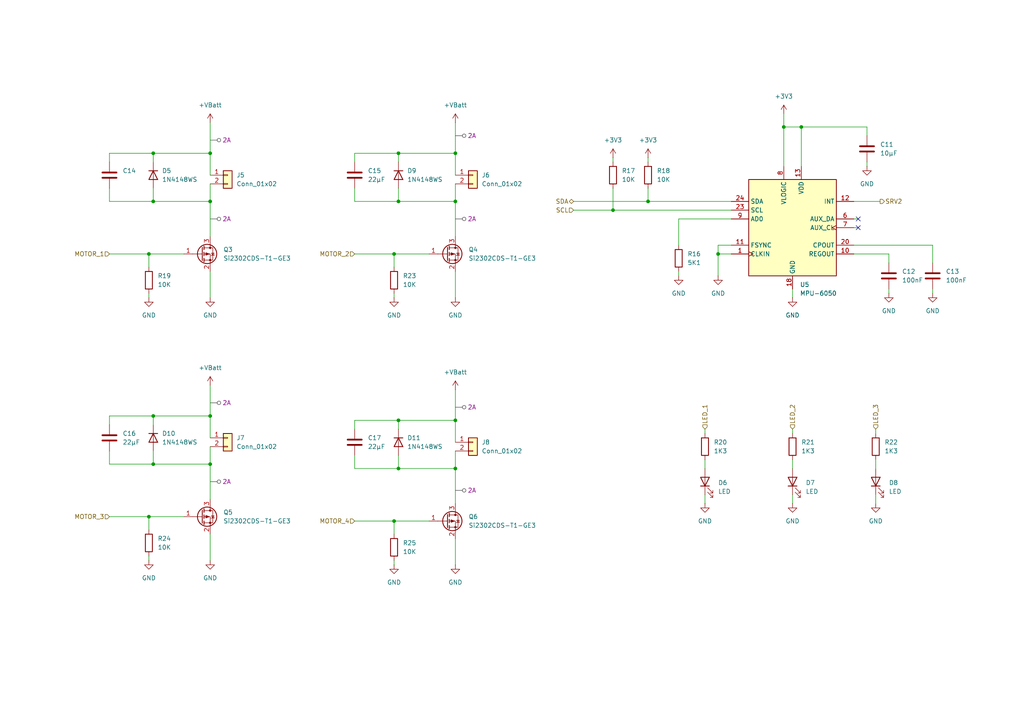
<source format=kicad_sch>
(kicad_sch (version 20250114) (generator "eeschema") (generator_version "9.0")
  (paper "A4")
  (lib_symbols
    (symbol "AI_CAPACITORS:C" (pin_numbers (hide yes)) (pin_names (offset 0.254))
      (property "Reference" "C" (at 0.635 2.54 0))
      (property "Value" "C" (at 0.635 -2.54 0))
      (symbol "C_0_1"
        (polyline (pts (xy -2.032 0.762) (xy 2.032 0.762)) (stroke (width 0.508)))
        (polyline (pts (xy -2.032 -0.762) (xy 2.032 -0.762)) (stroke (width 0.508)))
      )
      (symbol "C_1_1"
        (pin passive line (at 0 3.81 270) (length 2.794) (name "~") (number "1"))
        (pin passive line (at 0 -3.81 90) (length 2.794) (name "~") (number "2"))
      )
    )
    (symbol "AI_CONNECTORS:Conn_01x02" (pin_names (offset 1.016) (hide yes))
      (property "Reference" "J" (at 0 2.54 0))
      (property "Value" "Conn_01x02" (at 0 -5.08 0))
      (symbol "Conn_01x02_1_1"
        (rectangle (start -1.27 1.27) (end 1.27 -3.81) (stroke (width 0.254)) (fill (type background)))
        (rectangle (start -1.27 0.127) (end 0 -0.127) (stroke (width 0.1524)))
        (rectangle (start -1.27 -2.413) (end 0 -2.667) (stroke (width 0.1524)))
        (pin passive line (at -5.08 0 0) (length 3.81) (name "Pin_1") (number "1"))
        (pin passive line (at -5.08 -2.54 0) (length 3.81) (name "Pin_2") (number "2"))
      )
    )
    (symbol "AI_MOSFETS:Si2302CDS-T1-GE3" (pin_names (hide yes))
      (property "Reference" "Q" (at 5.08 1.905 0))
      (property "Value" "Si2302CDS-T1-GE3" (at -7.62 -13.208 0))
      (symbol "Si2302CDS-T1-GE3_0_1"
        (polyline (pts (xy 0.254 1.905) (xy 0.254 -1.905)) (stroke (width 0.254)))
        (polyline (pts (xy 0.254 0) (xy -2.54 0)))
        (polyline (pts (xy 0.762 2.286) (xy 0.762 1.27)) (stroke (width 0.254)))
        (polyline (pts (xy 0.762 1.778) (xy 3.302 1.778) (xy 3.302 -1.778) (xy 0.762 -1.778)))
        (polyline (pts (xy 0.762 0.508) (xy 0.762 -0.508)) (stroke (width 0.254)))
        (polyline (pts (xy 0.762 -1.27) (xy 0.762 -2.286)) (stroke (width 0.254)))
        (circle (center 1.651 0) (radius 2.794) (stroke (width 0.254)))
        (polyline (pts (xy 2.286 0) (xy 1.27 0.381) (xy 1.27 -0.381) (xy 2.286 0)) (fill (type outline)))
        (polyline (pts (xy 2.54 2.54) (xy 2.54 1.778)))
        (circle (center 2.54 1.778) (radius 0.254) (fill (type outline)))
        (circle (center 2.54 -1.778) (radius 0.254) (fill (type outline)))
        (polyline (pts (xy 2.54 -2.54) (xy 2.54 0) (xy 0.762 0)))
        (polyline (pts (xy 2.794 -0.508) (xy 2.921 -0.381) (xy 3.683 -0.381) (xy 3.81 -0.254)))
        (polyline (pts (xy 3.302 -0.381) (xy 2.921 0.254) (xy 3.683 0.254) (xy 3.302 -0.381)))
      )
      (symbol "Si2302CDS-T1-GE3_1_1"
        (pin input line (at -5.08 0 0) (length 2.54) (name "G") (number "1"))
        (pin passive line (at 2.54 5.08 270) (length 2.54) (name "D") (number "3"))
        (pin passive line (at 2.54 -5.08 90) (length 2.54) (name "S") (number "2"))
      )
    )
    (symbol "AI_RESISTORS:R" (pin_numbers (hide yes)) (pin_names (offset 0))
      (property "Reference" "R" (at 2.032 0 90))
      (property "Value" "R" (at 0 0 90))
      (symbol "R_0_1"
        (rectangle (start -1.016 -2.54) (end 1.016 2.54) (stroke (width 0.254)))
      )
      (symbol "R_1_1"
        (pin passive line (at 0 3.81 270) (length 1.27) (name "~") (number "1"))
        (pin passive line (at 0 -3.81 90) (length 1.27) (name "~") (number "2"))
      )
    )
    (symbol "Device:LED" (pin_numbers (hide yes)) (pin_names (offset 1.016) (hide yes))
      (property "Reference" "D" (at 0 2.54 0))
      (property "Value" "LED" (at 0 -2.54 0))
      (symbol "LED_0_1"
        (polyline (pts (xy -3.048 -0.762) (xy -4.572 -2.286) (xy -3.81 -2.286) (xy -4.572 -2.286) (xy -4.572 -1.524)))
        (polyline (pts (xy -1.778 -0.762) (xy -3.302 -2.286) (xy -2.54 -2.286) (xy -3.302 -2.286) (xy -3.302 -1.524)))
        (polyline (pts (xy -1.27 0) (xy 1.27 0)))
        (polyline (pts (xy -1.27 -1.27) (xy -1.27 1.27)) (stroke (width 0.254)))
        (polyline (pts (xy 1.27 -1.27) (xy 1.27 1.27) (xy -1.27 0) (xy 1.27 -1.27)) (stroke (width 0.254)))
      )
      (symbol "LED_1_1"
        (pin passive line (at -3.81 0 0) (length 2.54) (name "K") (number "1"))
        (pin passive line (at 3.81 0 180) (length 2.54) (name "A") (number "2"))
      )
    )
    (symbol "Diode:1N4148WS" (pin_numbers (hide yes)) (pin_names (hide yes))
      (property "Reference" "D" (at 0 2.54 0))
      (property "Value" "1N4148WS" (at 0 -2.54 0))
      (symbol "1N4148WS_0_1"
        (polyline (pts (xy -1.27 1.27) (xy -1.27 -1.27)) (stroke (width 0.254)))
        (polyline (pts (xy 1.27 1.27) (xy 1.27 -1.27) (xy -1.27 0) (xy 1.27 1.27)) (stroke (width 0.254)))
        (polyline (pts (xy 1.27 0) (xy -1.27 0)))
      )
      (symbol "1N4148WS_1_1"
        (pin passive line (at -3.81 0 0) (length 2.54) (name "K") (number "1"))
        (pin passive line (at 3.81 0 180) (length 2.54) (name "A") (number "2"))
      )
    )
    (symbol "Sensor_Motion:MPU-6050"
      (property "Reference" "U" (at -11.43 13.97 0))
      (property "Value" "MPU-6050" (at 7.62 -15.24 0))
      (symbol "MPU-6050_0_1"
        (rectangle (start -12.7 13.97) (end 12.7 -13.97) (stroke (width 0.254)) (fill (type background)))
      )
      (symbol "MPU-6050_1_1"
        (pin bidirectional line (at -17.78 7.62 0) (length 5.08) (name "SDA") (number "24"))
        (pin input line (at -17.78 5.08 0) (length 5.08) (name "SCL") (number "23"))
        (pin input line (at -17.78 2.54 0) (length 5.08) (name "AD0") (number "9"))
        (pin input line (at -17.78 -5.08 0) (length 5.08) (name "FSYNC") (number "11"))
        (pin input clock (at -17.78 -7.62 0) (length 5.08) (name "CLKIN") (number "1"))
        (pin no_connect line (at -12.7 12.7 0) (length 2.54) (hide yes) (name "NC") (number "2"))
        (pin no_connect line (at -12.7 10.16 0) (length 2.54) (hide yes) (name "NC") (number "3"))
        (pin no_connect line (at -12.7 0 0) (length 2.54) (hide yes) (name "NC") (number "4"))
        (pin no_connect line (at -12.7 -2.54 0) (length 2.54) (hide yes) (name "NC") (number "5"))
        (pin no_connect line (at -12.7 -10.16 0) (length 2.54) (hide yes) (name "NC") (number "14"))
        (pin power_in line (at -2.54 17.78 270) (length 3.81) (name "VLOGIC") (number "8"))
        (pin power_in line (at 0 -17.78 90) (length 3.81) (name "GND") (number "18"))
        (pin power_in line (at 2.54 17.78 270) (length 3.81) (name "VDD") (number "13"))
        (pin no_connect line (at 12.7 12.7 180) (length 2.54) (hide yes) (name "NC") (number "15"))
        (pin no_connect line (at 12.7 10.16 180) (length 2.54) (hide yes) (name "NC") (number "16"))
        (pin no_connect line (at 12.7 5.08 180) (length 2.54) (hide yes) (name "NC") (number "17"))
        (pin no_connect line (at 12.7 -2.54 180) (length 2.54) (hide yes) (name "RESV") (number "21"))
        (pin no_connect line (at 12.7 -10.16 180) (length 2.54) (hide yes) (name "RESV") (number "19"))
        (pin no_connect line (at 12.7 -12.7 180) (length 2.54) (hide yes) (name "RESV") (number "22"))
        (pin output line (at 17.78 7.62 180) (length 5.08) (name "INT") (number "12"))
        (pin bidirectional line (at 17.78 2.54 180) (length 5.08) (name "AUX_DA") (number "6"))
        (pin output clock (at 17.78 0 180) (length 5.08) (name "AUX_CL") (number "7"))
        (pin passive line (at 17.78 -5.08 180) (length 5.08) (name "CPOUT") (number "20"))
        (pin passive line (at 17.78 -7.62 180) (length 5.08) (name "REGOUT") (number "10"))
      )
    )
    (symbol "power:+3V3" (power) (pin_numbers (hide yes)) (pin_names (offset 0) (hide yes))
      (property "Value" "+3V3" (at 0 3.556 0))
      (symbol "+3V3_0_1"
        (polyline (pts (xy -0.762 1.27) (xy 0 2.54)))
        (polyline (pts (xy 0 2.54) (xy 0.762 1.27)))
        (polyline (pts (xy 0 0) (xy 0 2.54)))
      )
      (symbol "+3V3_1_1"
        (pin power_in line (at 0 0 90) (length 0) (name "~") (number "1"))
      )
    )
    (symbol "power:+BATT" (power) (pin_numbers (hide yes)) (pin_names (offset 0) (hide yes))
      (property "Value" "+BATT" (at 0 3.556 0))
      (symbol "+BATT_0_1"
        (polyline (pts (xy -0.762 1.27) (xy 0 2.54)))
        (polyline (pts (xy 0 2.54) (xy 0.762 1.27)))
        (polyline (pts (xy 0 0) (xy 0 2.54)))
      )
      (symbol "+BATT_1_1"
        (pin power_in line (at 0 0 90) (length 0) (name "~") (number "1"))
      )
    )
    (symbol "power:GND" (power) (pin_numbers (hide yes)) (pin_names (offset 0) (hide yes))
      (property "Value" "GND" (at 0 -3.81 0))
      (symbol "GND_0_1"
        (polyline (pts (xy 0 0) (xy 0 -1.27) (xy 1.27 -1.27) (xy 0 -2.54) (xy -1.27 -1.27) (xy 0 -1.27)))
      )
      (symbol "GND_1_1"
        (pin power_in line (at 0 0 270) (length 0) (name "~") (number "1"))
      )
    )
  )
  (junction (at 43.18 149.86))
  (junction (at 187.96 58.42))
  (junction (at 60.96 58.42))
  (junction (at 44.45 134.62))
  (junction (at 132.08 121.92))
  (junction (at 132.08 58.42))
  (junction (at 60.96 134.62))
  (junction (at 44.45 120.65))
  (junction (at 227.33 36.83))
  (junction (at 232.41 36.83))
  (junction (at 115.57 135.89))
  (junction (at 132.08 44.45))
  (junction (at 114.3 73.66))
  (junction (at 44.45 58.42))
  (junction (at 132.08 135.89))
  (junction (at 60.96 120.65))
  (junction (at 177.8 60.96))
  (junction (at 208.28 73.66))
  (junction (at 60.96 44.45))
  (junction (at 43.18 73.66))
  (junction (at 115.57 121.92))
  (junction (at 44.45 44.45))
  (junction (at 115.57 44.45))
  (junction (at 114.3 151.13))
  (junction (at 115.57 58.42))
  (no_connect (at 248.92 63.5))
  (no_connect (at 248.92 66.04))
  (wire (pts (xy 102.87 73.66) (xy 114.3 73.66)))
  (wire (pts (xy 31.75 134.62) (xy 44.45 134.62)))
  (wire (pts (xy 31.75 44.45) (xy 44.45 44.45)))
  (wire (pts (xy 177.8 54.61) (xy 177.8 60.96)))
  (wire (pts (xy 102.87 121.92) (xy 102.87 124.46)))
  (wire (pts (xy 44.45 120.65) (xy 44.45 123.19)))
  (wire (pts (xy 166.37 58.42) (xy 187.96 58.42)))
  (wire (pts (xy 232.41 36.83) (xy 232.41 48.26)))
  (wire (pts (xy 115.57 135.89) (xy 132.08 135.89)))
  (wire (pts (xy 227.33 33.02) (xy 227.33 36.83)))
  (wire (pts (xy 247.65 73.66) (xy 257.81 73.66)))
  (wire (pts (xy 114.3 85.09) (xy 114.3 86.36)))
  (wire (pts (xy 114.3 151.13) (xy 124.46 151.13)))
  (wire (pts (xy 115.57 54.61) (xy 115.57 58.42)))
  (wire (pts (xy 251.46 36.83) (xy 251.46 39.37)))
  (wire (pts (xy 43.18 149.86) (xy 43.18 153.67)))
  (wire (pts (xy 232.41 36.83) (xy 251.46 36.83)))
  (wire (pts (xy 187.96 45.72) (xy 187.96 46.99)))
  (wire (pts (xy 227.33 36.83) (xy 232.41 36.83)))
  (wire (pts (xy 177.8 60.96) (xy 212.09 60.96)))
  (wire (pts (xy 132.08 135.89) (xy 132.08 146.05)))
  (wire (pts (xy 60.96 120.65) (xy 60.96 127)))
  (wire (pts (xy 44.45 44.45) (xy 60.96 44.45)))
  (wire (pts (xy 114.3 151.13) (xy 114.3 154.94)))
  (wire (pts (xy 60.96 53.34) (xy 60.96 58.42)))
  (wire (pts (xy 247.65 66.04) (xy 248.92 66.04)))
  (wire (pts (xy 229.87 133.35) (xy 229.87 135.89)))
  (wire (pts (xy 132.08 113.03) (xy 132.08 121.92)))
  (wire (pts (xy 229.87 146.05) (xy 229.87 143.51)))
  (wire (pts (xy 60.96 58.42) (xy 60.96 68.58)))
  (wire (pts (xy 196.85 63.5) (xy 212.09 63.5)))
  (wire (pts (xy 196.85 80.01) (xy 196.85 78.74)))
  (wire (pts (xy 60.96 44.45) (xy 60.96 50.8)))
  (wire (pts (xy 102.87 44.45) (xy 102.87 46.99)))
  (wire (pts (xy 60.96 111.76) (xy 60.96 120.65)))
  (wire (pts (xy 102.87 58.42) (xy 115.57 58.42)))
  (wire (pts (xy 132.08 121.92) (xy 132.08 128.27)))
  (wire (pts (xy 270.51 85.09) (xy 270.51 83.82)))
  (wire (pts (xy 187.96 54.61) (xy 187.96 58.42)))
  (wire (pts (xy 270.51 71.12) (xy 270.51 76.2)))
  (wire (pts (xy 132.08 130.81) (xy 132.08 135.89)))
  (wire (pts (xy 227.33 36.83) (xy 227.33 48.26)))
  (wire (pts (xy 102.87 54.61) (xy 102.87 58.42)))
  (wire (pts (xy 208.28 71.12) (xy 212.09 71.12)))
  (wire (pts (xy 44.45 130.81) (xy 44.45 134.62)))
  (wire (pts (xy 208.28 73.66) (xy 212.09 73.66)))
  (wire (pts (xy 132.08 78.74) (xy 132.08 86.36)))
  (wire (pts (xy 251.46 48.26) (xy 251.46 46.99)))
  (wire (pts (xy 102.87 135.89) (xy 115.57 135.89)))
  (wire (pts (xy 115.57 132.08) (xy 115.57 135.89)))
  (wire (pts (xy 187.96 58.42) (xy 212.09 58.42)))
  (wire (pts (xy 31.75 54.61) (xy 31.75 58.42)))
  (wire (pts (xy 132.08 58.42) (xy 132.08 68.58)))
  (wire (pts (xy 60.96 154.94) (xy 60.96 162.56)))
  (wire (pts (xy 132.08 156.21) (xy 132.08 163.83)))
  (wire (pts (xy 44.45 120.65) (xy 60.96 120.65)))
  (wire (pts (xy 60.96 35.56) (xy 60.96 44.45)))
  (wire (pts (xy 60.96 129.54) (xy 60.96 134.62)))
  (wire (pts (xy 247.65 63.5) (xy 248.92 63.5)))
  (wire (pts (xy 132.08 44.45) (xy 132.08 50.8)))
  (wire (pts (xy 31.75 120.65) (xy 31.75 123.19)))
  (wire (pts (xy 43.18 85.09) (xy 43.18 86.36)))
  (wire (pts (xy 132.08 53.34) (xy 132.08 58.42)))
  (wire (pts (xy 196.85 63.5) (xy 196.85 71.12)))
  (wire (pts (xy 102.87 121.92) (xy 115.57 121.92)))
  (wire (pts (xy 257.81 85.09) (xy 257.81 83.82)))
  (wire (pts (xy 31.75 44.45) (xy 31.75 46.99)))
  (wire (pts (xy 208.28 71.12) (xy 208.28 73.66)))
  (wire (pts (xy 60.96 78.74) (xy 60.96 86.36)))
  (wire (pts (xy 132.08 35.56) (xy 132.08 44.45)))
  (wire (pts (xy 254 133.35) (xy 254 135.89)))
  (wire (pts (xy 114.3 73.66) (xy 114.3 77.47)))
  (wire (pts (xy 44.45 134.62) (xy 60.96 134.62)))
  (wire (pts (xy 254 146.05) (xy 254 143.51)))
  (wire (pts (xy 44.45 44.45) (xy 44.45 46.99)))
  (wire (pts (xy 247.65 58.42) (xy 255.27 58.42)))
  (wire (pts (xy 115.57 121.92) (xy 115.57 124.46)))
  (wire (pts (xy 166.37 60.96) (xy 177.8 60.96)))
  (wire (pts (xy 114.3 73.66) (xy 124.46 73.66)))
  (wire (pts (xy 31.75 58.42) (xy 44.45 58.42)))
  (wire (pts (xy 44.45 58.42) (xy 60.96 58.42)))
  (wire (pts (xy 115.57 58.42) (xy 132.08 58.42)))
  (wire (pts (xy 31.75 120.65) (xy 44.45 120.65)))
  (wire (pts (xy 115.57 121.92) (xy 132.08 121.92)))
  (wire (pts (xy 204.47 133.35) (xy 204.47 135.89)))
  (wire (pts (xy 204.47 124.46) (xy 204.47 125.73)))
  (wire (pts (xy 43.18 73.66) (xy 53.34 73.66)))
  (wire (pts (xy 177.8 45.72) (xy 177.8 46.99)))
  (wire (pts (xy 257.81 73.66) (xy 257.81 76.2)))
  (wire (pts (xy 60.96 134.62) (xy 60.96 144.78)))
  (wire (pts (xy 43.18 149.86) (xy 53.34 149.86)))
  (wire (pts (xy 115.57 44.45) (xy 115.57 46.99)))
  (wire (pts (xy 208.28 73.66) (xy 208.28 80.01)))
  (wire (pts (xy 43.18 73.66) (xy 43.18 77.47)))
  (wire (pts (xy 247.65 71.12) (xy 270.51 71.12)))
  (wire (pts (xy 229.87 83.82) (xy 229.87 86.36)))
  (wire (pts (xy 102.87 151.13) (xy 114.3 151.13)))
  (wire (pts (xy 204.47 146.05) (xy 204.47 143.51)))
  (wire (pts (xy 254 124.46) (xy 254 125.73)))
  (wire (pts (xy 229.87 124.46) (xy 229.87 125.73)))
  (wire (pts (xy 102.87 44.45) (xy 115.57 44.45)))
  (wire (pts (xy 44.45 54.61) (xy 44.45 58.42)))
  (wire (pts (xy 31.75 73.66) (xy 43.18 73.66)))
  (wire (pts (xy 102.87 132.08) (xy 102.87 135.89)))
  (wire (pts (xy 31.75 149.86) (xy 43.18 149.86)))
  (wire (pts (xy 114.3 162.56) (xy 114.3 163.83)))
  (wire (pts (xy 43.18 161.29) (xy 43.18 162.56)))
  (wire (pts (xy 115.57 44.45) (xy 132.08 44.45)))
  (wire (pts (xy 31.75 130.81) (xy 31.75 134.62)))
  (hierarchical_label "MOTOR_3" (shape input) (at 31.75 149.86 180))
  (hierarchical_label "SCL" (shape input) (at 166.37 60.96 180))
  (hierarchical_label "LED_1" (shape input) (at 204.47 124.46 90))
  (hierarchical_label "LED_3" (shape input) (at 254 124.46 90))
  (hierarchical_label "MOTOR_4" (shape input) (at 102.87 151.13 180))
  (hierarchical_label "MOTOR_2" (shape input) (at 102.87 73.66 180))
  (hierarchical_label "LED_2" (shape input) (at 229.87 124.46 90))
  (hierarchical_label "MOTOR_1" (shape input) (at 31.75 73.66 180))
  (hierarchical_label "SRV2" (shape output) (at 255.27 58.42 0))
  (hierarchical_label "SDA" (shape bidirectional) (at 166.37 58.42 180))
  (netclass_flag "" (length 2.54) (shape round) (at 60.96 40.64 270) (property "Netclass" "2A" (at 64.516 40.64 0) (effects (justify left))))
  (netclass_flag "" (length 2.54) (shape round) (at 60.96 116.84 270) (property "Netclass" "2A" (at 64.516 116.84 0) (effects (justify left))))
  (netclass_flag "" (length 2.54) (shape round) (at 60.96 139.7 270) (property "Netclass" "2A" (at 64.516 139.7 0) (effects (justify left))))
  (netclass_flag "" (length 2.54) (shape round) (at 60.96 63.5 270) (property "Netclass" "2A" (at 64.516 63.5 0) (effects (justify left))))
  (netclass_flag "" (length 2.54) (shape round) (at 132.08 39.37 270) (property "Netclass" "2A" (at 135.636 39.37 0) (effects (justify left))))
  (netclass_flag "" (length 2.54) (shape round) (at 132.08 118.11 270) (property "Netclass" "2A" (at 135.636 118.11 0) (effects (justify left))))
  (netclass_flag "" (length 2.54) (shape round) (at 132.08 63.5 270) (property "Netclass" "2A" (at 135.636 63.5 0) (effects (justify left))))
  (netclass_flag "" (length 2.54) (shape round) (at 132.08 142.24 270) (property "Netclass" "2A" (at 135.636 142.24 0) (effects (justify left))))
  (symbol (lib_id "AI_CONNECTORS:Conn_01x02") (at 66.04 50.8 0) (unit 1)
    (property "Reference" "J5" (at 68.58 50.7999 0) (effects (justify left)))
    (property "Value" "Conn_01x02" (at 68.58 53.3399 0) (effects (justify left)))
    (property "Footprint" "AI_CONNECTORS:SM02B-GHS-TB-LF-SN" (effects (hide yes)))
    (property "Description" "Generic connector, single row, 01x02, script generated (kicad-library-utils/schlib/autogen/connector/)" (effects (hide yes)))
  )
  (symbol (lib_id "AI_RESISTORS:R") (at 254 129.54 0) (unit 1)
    (property "Reference" "R22" (at 256.54 128.2699 0) (effects (justify left)))
    (property "Value" "1K3" (at 256.54 130.8099 0) (effects (justify left)))
    (property "Footprint" "Resistor_SMD:R_0603_1608Metric" (effects (hide yes)))
    (property "Description" "Resistor" (effects (hide yes)))
  )
  (symbol (lib_id "Diode:1N4148WS") (at 115.57 50.8 270) (unit 1)
    (property "Reference" "D9" (at 118.11 49.5299 90) (effects (justify left)))
    (property "Value" "1N4148WS" (at 118.11 52.0699 90) (effects (justify left)))
    (property "Footprint" "Diode_SMD:D_SOD-323" (effects (hide yes)))
    (property "Datasheet" "https://www.vishay.com/docs/85751/1n4148ws.pdf" (effects (hide yes)))
    (property "Description" "75V 0.15A Fast switching Diode, SOD-323" (effects (hide yes)))
    (property "Sim.Device" "D" (effects (hide yes)))
    (property "Sim.Pins" "1=K 2=A" (effects (hide yes)))
  )
  (symbol (lib_id "Device:LED") (at 254 139.7 90) (unit 1)
    (property "Reference" "D8" (at 257.81 140.0174 90) (effects (justify right)))
    (property "Value" "LED" (at 257.81 142.5574 90) (effects (justify right)))
    (property "Footprint" "LED_SMD:LED_0603_1608Metric" (effects (hide yes)))
    (property "Description" "Light emitting diode" (effects (hide yes)))
    (property "Sim.Pins" "1=K 2=A" (effects (hide yes)))
  )
  (symbol (lib_id "AI_CAPACITORS:C") (at 31.75 50.8 0) (unit 1)
    (property "Reference" "C14" (at 35.56 49.5299 0) (effects (justify left)))
    (property "Value" "22μF" (effects (hide yes)))
    (property "Footprint" "Capacitor_SMD:C_0603_1608Metric" (effects (hide yes)))
    (property "Description" "Unpolarized capacitor" (effects (hide yes)))
  )
  (symbol (lib_id "AI_RESISTORS:R") (at 43.18 157.48 0) (unit 1)
    (property "Reference" "R24" (at 45.72 156.2099 0) (effects (justify left)))
    (property "Value" "10K" (at 45.72 158.7499 0) (effects (justify left)))
    (property "Footprint" "Resistor_SMD:R_0603_1608Metric" (effects (hide yes)))
    (property "Description" "Resistor" (effects (hide yes)))
  )
  (symbol (lib_id "power:+3V3") (at 227.33 33.02 0) (unit 1)
    (property "Reference" "#PWR045" (effects (hide yes)))
    (property "Value" "+3V3" (at 227.33 27.94 0))
    (property "Description" "Power symbol creates a global label with name \"+3V3\"" (effects (hide yes)))
  )
  (symbol (lib_id "Device:LED") (at 229.87 139.7 90) (unit 1)
    (property "Reference" "D7" (at 233.68 140.0174 90) (effects (justify right)))
    (property "Value" "LED" (at 233.68 142.5574 90) (effects (justify right)))
    (property "Footprint" "LED_SMD:LED_0603_1608Metric" (effects (hide yes)))
    (property "Description" "Light emitting diode" (effects (hide yes)))
    (property "Sim.Pins" "1=K 2=A" (effects (hide yes)))
  )
  (symbol (lib_id "power:GND") (at 114.3 86.36 0) (unit 1)
    (property "Reference" "#PWR056" (effects (hide yes)))
    (property "Value" "GND" (at 114.3 91.44 0))
    (property "Description" "Power symbol creates a global label with name \"GND\" , ground" (effects (hide yes)))
  )
  (symbol (lib_id "power:GND") (at 204.47 146.05 0) (unit 1)
    (property "Reference" "#PWR065" (effects (hide yes)))
    (property "Value" "GND" (at 204.47 151.13 0))
    (property "Description" "Power symbol creates a global label with name \"GND\" , ground" (effects (hide yes)))
  )
  (symbol (lib_id "power:+BATT") (at 60.96 111.76 0) (unit 1)
    (property "Reference" "#PWR060" (effects (hide yes)))
    (property "Value" "+VBatt" (at 60.96 106.68 0))
    (property "Description" "Power symbol creates a global label with name \"+BATT\"" (effects (hide yes)))
  )
  (symbol (lib_id "power:GND") (at 196.85 80.01 0) (unit 1)
    (property "Reference" "#PWR050" (effects (hide yes)))
    (property "Value" "GND" (at 196.85 85.09 0))
    (property "Description" "Power symbol creates a global label with name \"GND\" , ground" (effects (hide yes)))
  )
  (symbol (lib_id "power:GND") (at 254 146.05 0) (unit 1)
    (property "Reference" "#PWR067" (effects (hide yes)))
    (property "Value" "GND" (at 254 151.13 0))
    (property "Description" "Power symbol creates a global label with name \"GND\" , ground" (effects (hide yes)))
  )
  (symbol (lib_id "AI_RESISTORS:R") (at 114.3 81.28 0) (unit 1)
    (property "Reference" "R23" (at 116.84 80.0099 0) (effects (justify left)))
    (property "Value" "10K" (at 116.84 82.5499 0) (effects (justify left)))
    (property "Footprint" "Resistor_SMD:R_0603_1608Metric" (effects (hide yes)))
    (property "Description" "Resistor" (effects (hide yes)))
  )
  (symbol (lib_id "power:GND") (at 208.28 80.01 0) (unit 1)
    (property "Reference" "#PWR049" (effects (hide yes)))
    (property "Value" "GND" (at 208.28 85.09 0))
    (property "Description" "Power symbol creates a global label with name \"GND\" , ground" (effects (hide yes)))
  )
  (symbol (lib_id "AI_CAPACITORS:C") (at 251.46 43.18 0) (unit 1)
    (property "Reference" "C11" (at 255.27 41.9099 0) (effects (justify left)))
    (property "Value" "10μF" (at 255.27 44.4499 0) (effects (justify left)))
    (property "Footprint" "Capacitor_SMD:C_0603_1608Metric" (effects (hide yes)))
    (property "Description" "Unpolarized capacitor" (effects (hide yes)))
  )
  (symbol (lib_id "AI_RESISTORS:R") (at 177.8 50.8 0) (unit 1)
    (property "Reference" "R17" (at 180.34 49.5299 0) (effects (justify left)))
    (property "Value" "10K" (at 180.34 52.0699 0) (effects (justify left)))
    (property "Footprint" "Resistor_SMD:R_0603_1608Metric" (effects (hide yes)))
    (property "Description" "Resistor" (effects (hide yes)))
  )
  (symbol (lib_id "power:GND") (at 229.87 146.05 0) (unit 1)
    (property "Reference" "#PWR066" (effects (hide yes)))
    (property "Value" "GND" (at 229.87 151.13 0))
    (property "Description" "Power symbol creates a global label with name \"GND\" , ground" (effects (hide yes)))
  )
  (symbol (lib_id "AI_CAPACITORS:C") (at 270.51 80.01 0) (unit 1)
    (property "Reference" "C13" (at 274.32 78.7399 0) (effects (justify left)))
    (property "Value" "100nF" (at 274.32 81.2799 0) (effects (justify left)))
    (property "Footprint" "Capacitor_SMD:C_0603_1608Metric" (effects (hide yes)))
    (property "Description" "Unpolarized capacitor" (effects (hide yes)))
  )
  (symbol (lib_id "power:GND") (at 114.3 163.83 0) (unit 1)
    (property "Reference" "#PWR062" (effects (hide yes)))
    (property "Value" "GND" (at 114.3 168.91 0))
    (property "Description" "Power symbol creates a global label with name \"GND\" , ground" (effects (hide yes)))
  )
  (symbol (lib_id "AI_MOSFETS:Si2302CDS-T1-GE3") (at 58.42 73.66 0) (unit 1)
    (property "Reference" "Q3" (at 64.77 72.3899 0) (effects (justify left)))
    (property "Value" "Si2302CDS-T1-GE3" (at 64.77 74.9299 0) (effects (justify left)))
    (property "Footprint" "Package_TO_SOT_SMD:SOT-23" (effects (hide yes)))
    (property "Datasheet" "https://www.vishay.com/docs/68645/si2302cds.pdf" (effects (hide yes)))
    (property "Description" "2.9A Id, 20V Vds, N-Channel MOSFET, SOT-23" (effects (hide yes)))
  )
  (symbol (lib_id "AI_RESISTORS:R") (at 114.3 158.75 0) (unit 1)
    (property "Reference" "R25" (at 116.84 157.4799 0) (effects (justify left)))
    (property "Value" "10K" (at 116.84 160.0199 0) (effects (justify left)))
    (property "Footprint" "Resistor_SMD:R_0603_1608Metric" (effects (hide yes)))
    (property "Description" "Resistor" (effects (hide yes)))
  )
  (symbol (lib_id "power:GND") (at 43.18 162.56 0) (unit 1)
    (property "Reference" "#PWR059" (effects (hide yes)))
    (property "Value" "GND" (at 43.18 167.64 0))
    (property "Description" "Power symbol creates a global label with name \"GND\" , ground" (effects (hide yes)))
  )
  (symbol (lib_id "power:GND") (at 132.08 163.83 0) (unit 1)
    (property "Reference" "#PWR064" (effects (hide yes)))
    (property "Value" "GND" (at 132.08 168.91 0))
    (property "Description" "Power symbol creates a global label with name \"GND\" , ground" (effects (hide yes)))
  )
  (symbol (lib_id "power:+BATT") (at 132.08 35.56 0) (unit 1)
    (property "Reference" "#PWR057" (effects (hide yes)))
    (property "Value" "+VBatt" (at 132.08 30.48 0))
    (property "Description" "Power symbol creates a global label with name \"+BATT\"" (effects (hide yes)))
  )
  (symbol (lib_id "power:GND") (at 270.51 85.09 0) (unit 1)
    (property "Reference" "#PWR046" (effects (hide yes)))
    (property "Value" "GND" (at 270.51 90.17 0))
    (property "Description" "Power symbol creates a global label with name \"GND\" , ground" (effects (hide yes)))
  )
  (symbol (lib_id "power:+3V3") (at 177.8 45.72 0) (unit 1)
    (property "Reference" "#PWR051" (effects (hide yes)))
    (property "Value" "+3V3" (at 177.8 40.64 0))
    (property "Description" "Power symbol creates a global label with name \"+3V3\"" (effects (hide yes)))
  )
  (symbol (lib_id "AI_RESISTORS:R") (at 43.18 81.28 0) (unit 1)
    (property "Reference" "R19" (at 45.72 80.0099 0) (effects (justify left)))
    (property "Value" "10K" (at 45.72 82.5499 0) (effects (justify left)))
    (property "Footprint" "Resistor_SMD:R_0603_1608Metric" (effects (hide yes)))
    (property "Description" "Resistor" (effects (hide yes)))
  )
  (symbol (lib_id "Diode:1N4148WS") (at 44.45 127 270) (unit 1)
    (property "Reference" "D10" (at 46.99 125.7299 90) (effects (justify left)))
    (property "Value" "1N4148WS" (at 46.99 128.2699 90) (effects (justify left)))
    (property "Footprint" "Diode_SMD:D_SOD-323" (effects (hide yes)))
    (property "Datasheet" "https://www.vishay.com/docs/85751/1n4148ws.pdf" (effects (hide yes)))
    (property "Description" "75V 0.15A Fast switching Diode, SOD-323" (effects (hide yes)))
    (property "Sim.Device" "D" (effects (hide yes)))
    (property "Sim.Pins" "1=K 2=A" (effects (hide yes)))
  )
  (symbol (lib_id "power:GND") (at 60.96 162.56 0) (unit 1)
    (property "Reference" "#PWR061" (effects (hide yes)))
    (property "Value" "GND" (at 60.96 167.64 0))
    (property "Description" "Power symbol creates a global label with name \"GND\" , ground" (effects (hide yes)))
  )
  (symbol (lib_id "AI_RESISTORS:R") (at 196.85 74.93 0) (unit 1)
    (property "Reference" "R16" (at 199.39 73.6599 0) (effects (justify left)))
    (property "Value" "5K1" (at 199.39 76.1999 0) (effects (justify left)))
    (property "Footprint" "Resistor_SMD:R_0603_1608Metric" (effects (hide yes)))
    (property "Description" "Resistor" (effects (hide yes)))
  )
  (symbol (lib_id "AI_MOSFETS:Si2302CDS-T1-GE3") (at 129.54 73.66 0) (unit 1)
    (property "Reference" "Q4" (at 135.89 72.3899 0) (effects (justify left)))
    (property "Value" "Si2302CDS-T1-GE3" (at 135.89 74.9299 0) (effects (justify left)))
    (property "Footprint" "Package_TO_SOT_SMD:SOT-23" (effects (hide yes)))
    (property "Datasheet" "https://www.vishay.com/docs/68645/si2302cds.pdf" (effects (hide yes)))
    (property "Description" "2.9A Id, 20V Vds, N-Channel MOSFET, SOT-23" (effects (hide yes)))
  )
  (symbol (lib_id "AI_MOSFETS:Si2302CDS-T1-GE3") (at 129.54 151.13 0) (unit 1)
    (property "Reference" "Q6" (at 135.89 149.8599 0) (effects (justify left)))
    (property "Value" "Si2302CDS-T1-GE3" (at 135.89 152.3999 0) (effects (justify left)))
    (property "Footprint" "Package_TO_SOT_SMD:SOT-23" (effects (hide yes)))
    (property "Datasheet" "https://www.vishay.com/docs/68645/si2302cds.pdf" (effects (hide yes)))
    (property "Description" "2.9A Id, 20V Vds, N-Channel MOSFET, SOT-23" (effects (hide yes)))
  )
  (symbol (lib_id "power:GND") (at 251.46 48.26 0) (unit 1)
    (property "Reference" "#PWR044" (effects (hide yes)))
    (property "Value" "GND" (at 251.46 53.34 0))
    (property "Description" "Power symbol creates a global label with name \"GND\" , ground" (effects (hide yes)))
  )
  (symbol (lib_id "power:GND") (at 229.87 86.36 0) (unit 1)
    (property "Reference" "#PWR048" (effects (hide yes)))
    (property "Value" "GND" (at 229.87 91.44 0))
    (property "Description" "Power symbol creates a global label with name \"GND\" , ground" (effects (hide yes)))
  )
  (symbol (lib_id "Diode:1N4148WS") (at 115.57 128.27 270) (unit 1)
    (property "Reference" "D11" (at 118.11 126.9999 90) (effects (justify left)))
    (property "Value" "1N4148WS" (at 118.11 129.5399 90) (effects (justify left)))
    (property "Footprint" "Diode_SMD:D_SOD-323" (effects (hide yes)))
    (property "Datasheet" "https://www.vishay.com/docs/85751/1n4148ws.pdf" (effects (hide yes)))
    (property "Description" "75V 0.15A Fast switching Diode, SOD-323" (effects (hide yes)))
    (property "Sim.Device" "D" (effects (hide yes)))
    (property "Sim.Pins" "1=K 2=A" (effects (hide yes)))
  )
  (symbol (lib_id "power:GND") (at 132.08 86.36 0) (unit 1)
    (property "Reference" "#PWR058" (effects (hide yes)))
    (property "Value" "GND" (at 132.08 91.44 0))
    (property "Description" "Power symbol creates a global label with name \"GND\" , ground" (effects (hide yes)))
  )
  (symbol (lib_id "Diode:1N4148WS") (at 44.45 50.8 270) (unit 1)
    (property "Reference" "D5" (at 46.99 49.5299 90) (effects (justify left)))
    (property "Value" "1N4148WS" (at 46.99 52.0699 90) (effects (justify left)))
    (property "Footprint" "Diode_SMD:D_SOD-323" (effects (hide yes)))
    (property "Datasheet" "https://www.vishay.com/docs/85751/1n4148ws.pdf" (effects (hide yes)))
    (property "Description" "75V 0.15A Fast switching Diode, SOD-323" (effects (hide yes)))
    (property "Sim.Device" "D" (effects (hide yes)))
    (property "Sim.Pins" "1=K 2=A" (effects (hide yes)))
  )
  (symbol (lib_id "AI_MOSFETS:Si2302CDS-T1-GE3") (at 58.42 149.86 0) (unit 1)
    (property "Reference" "Q5" (at 64.77 148.5899 0) (effects (justify left)))
    (property "Value" "Si2302CDS-T1-GE3" (at 64.77 151.1299 0) (effects (justify left)))
    (property "Footprint" "Package_TO_SOT_SMD:SOT-23" (effects (hide yes)))
    (property "Datasheet" "https://www.vishay.com/docs/68645/si2302cds.pdf" (effects (hide yes)))
    (property "Description" "2.9A Id, 20V Vds, N-Channel MOSFET, SOT-23" (effects (hide yes)))
  )
  (symbol (lib_id "AI_RESISTORS:R") (at 204.47 129.54 0) (unit 1)
    (property "Reference" "R20" (at 207.01 128.2699 0) (effects (justify left)))
    (property "Value" "1K3" (at 207.01 130.8099 0) (effects (justify left)))
    (property "Footprint" "Resistor_SMD:R_0603_1608Metric" (effects (hide yes)))
    (property "Description" "Resistor" (effects (hide yes)))
  )
  (symbol (lib_id "power:+BATT") (at 60.96 35.56 0) (unit 1)
    (property "Reference" "#PWR053" (effects (hide yes)))
    (property "Value" "+VBatt" (at 60.96 30.48 0))
    (property "Description" "Power symbol creates a global label with name \"+BATT\"" (effects (hide yes)))
  )
  (symbol (lib_id "power:+BATT") (at 132.08 113.03 0) (unit 1)
    (property "Reference" "#PWR063" (effects (hide yes)))
    (property "Value" "+VBatt" (at 132.08 107.95 0))
    (property "Description" "Power symbol creates a global label with name \"+BATT\"" (effects (hide yes)))
  )
  (symbol (lib_id "AI_CONNECTORS:Conn_01x02") (at 66.04 127 0) (unit 1)
    (property "Reference" "J7" (at 68.58 126.9999 0) (effects (justify left)))
    (property "Value" "Conn_01x02" (at 68.58 129.5399 0) (effects (justify left)))
    (property "Footprint" "AI_CONNECTORS:SM02B-GHS-TB-LF-SN" (effects (hide yes)))
    (property "Description" "Generic connector, single row, 01x02, script generated (kicad-library-utils/schlib/autogen/connector/)" (effects (hide yes)))
  )
  (symbol (lib_id "AI_RESISTORS:R") (at 229.87 129.54 0) (unit 1)
    (property "Reference" "R21" (at 232.41 128.2699 0) (effects (justify left)))
    (property "Value" "1K3" (at 232.41 130.8099 0) (effects (justify left)))
    (property "Footprint" "Resistor_SMD:R_0603_1608Metric" (effects (hide yes)))
    (property "Description" "Resistor" (effects (hide yes)))
  )
  (symbol (lib_id "AI_CAPACITORS:C") (at 31.75 127 0) (unit 1)
    (property "Reference" "C16" (at 35.56 125.7299 0) (effects (justify left)))
    (property "Value" "22μF" (at 35.56 128.2699 0) (effects (justify left)))
    (property "Footprint" "Capacitor_SMD:C_0603_1608Metric" (effects (hide yes)))
    (property "Description" "Unpolarized capacitor" (effects (hide yes)))
  )
  (symbol (lib_id "power:+3V3") (at 187.96 45.72 0) (unit 1)
    (property "Reference" "#PWR052" (effects (hide yes)))
    (property "Value" "+3V3" (at 187.96 40.64 0))
    (property "Description" "Power symbol creates a global label with name \"+3V3\"" (effects (hide yes)))
  )
  (symbol (lib_id "AI_CONNECTORS:Conn_01x02") (at 137.16 128.27 0) (unit 1)
    (property "Reference" "J8" (at 139.7 128.2699 0) (effects (justify left)))
    (property "Value" "Conn_01x02" (at 139.7 130.8099 0) (effects (justify left)))
    (property "Footprint" "AI_CONNECTORS:SM02B-GHS-TB-LF-SN" (effects (hide yes)))
    (property "Description" "Generic connector, single row, 01x02, script generated (kicad-library-utils/schlib/autogen/connector/)" (effects (hide yes)))
  )
  (symbol (lib_id "AI_CONNECTORS:Conn_01x02") (at 137.16 50.8 0) (unit 1)
    (property "Reference" "J6" (at 139.7 50.7999 0) (effects (justify left)))
    (property "Value" "Conn_01x02" (at 139.7 53.3399 0) (effects (justify left)))
    (property "Footprint" "AI_CONNECTORS:SM02B-GHS-TB-LF-SN" (effects (hide yes)))
    (property "Description" "Generic connector, single row, 01x02, script generated (kicad-library-utils/schlib/autogen/connector/)" (effects (hide yes)))
  )
  (symbol (lib_id "power:GND") (at 43.18 86.36 0) (unit 1)
    (property "Reference" "#PWR055" (effects (hide yes)))
    (property "Value" "GND" (at 43.18 91.44 0))
    (property "Description" "Power symbol creates a global label with name \"GND\" , ground" (effects (hide yes)))
  )
  (symbol (lib_id "power:GND") (at 60.96 86.36 0) (unit 1)
    (property "Reference" "#PWR054" (effects (hide yes)))
    (property "Value" "GND" (at 60.96 91.44 0))
    (property "Description" "Power symbol creates a global label with name \"GND\" , ground" (effects (hide yes)))
  )
  (symbol (lib_id "Sensor_Motion:MPU-6050") (at 229.87 66.04 0) (unit 1)
    (property "Reference" "U5" (at 232.0133 82.55 0) (effects (justify left)))
    (property "Value" "MPU-6050" (at 232.0133 85.09 0) (effects (justify left)))
    (property "Footprint" "Sensor_Motion:InvenSense_QFN-24_4x4mm_P0.5mm" (effects (hide yes)))
    (property "Datasheet" "https://invensense.tdk.com/wp-content/uploads/2015/02/MPU-6000-Datasheet1.pdf" (effects (hide yes)))
    (property "Description" "InvenSense 6-Axis Motion Sensor, Gyroscope, Accelerometer, I2C" (effects (hide yes)))
  )
  (symbol (lib_id "power:GND") (at 257.81 85.09 0) (unit 1)
    (property "Reference" "#PWR047" (effects (hide yes)))
    (property "Value" "GND" (at 257.81 90.17 0))
    (property "Description" "Power symbol creates a global label with name \"GND\" , ground" (effects (hide yes)))
  )
  (symbol (lib_id "AI_CAPACITORS:C") (at 102.87 128.27 0) (unit 1)
    (property "Reference" "C17" (at 106.68 126.9999 0) (effects (justify left)))
    (property "Value" "22μF" (at 106.68 129.5399 0) (effects (justify left)))
    (property "Footprint" "Capacitor_SMD:C_0603_1608Metric" (effects (hide yes)))
    (property "Description" "Unpolarized capacitor" (effects (hide yes)))
  )
  (symbol (lib_id "AI_RESISTORS:R") (at 187.96 50.8 0) (unit 1)
    (property "Reference" "R18" (at 190.5 49.5299 0) (effects (justify left)))
    (property "Value" "10K" (at 190.5 52.0699 0) (effects (justify left)))
    (property "Footprint" "Resistor_SMD:R_0603_1608Metric" (effects (hide yes)))
    (property "Description" "Resistor" (effects (hide yes)))
  )
  (symbol (lib_id "AI_CAPACITORS:C") (at 102.87 50.8 0) (unit 1)
    (property "Reference" "C15" (at 106.68 49.5299 0) (effects (justify left)))
    (property "Value" "22μF" (at 106.68 52.0699 0) (effects (justify left)))
    (property "Footprint" "Capacitor_SMD:C_0603_1608Metric" (effects (hide yes)))
    (property "Description" "Unpolarized capacitor" (effects (hide yes)))
  )
  (symbol (lib_id "AI_CAPACITORS:C") (at 257.81 80.01 0) (unit 1)
    (property "Reference" "C12" (at 261.62 78.7399 0) (effects (justify left)))
    (property "Value" "100nF" (at 261.62 81.2799 0) (effects (justify left)))
    (property "Footprint" "Capacitor_SMD:C_0603_1608Metric" (effects (hide yes)))
    (property "Description" "Unpolarized capacitor" (effects (hide yes)))
  )
  (symbol (lib_id "Device:LED") (at 204.47 139.7 90) (unit 1)
    (property "Reference" "D6" (at 208.28 140.0174 90) (effects (justify right)))
    (property "Value" "LED" (at 208.28 142.5574 90) (effects (justify right)))
    (property "Footprint" "LED_SMD:LED_0603_1608Metric" (effects (hide yes)))
    (property "Description" "Light emitting diode" (effects (hide yes)))
    (property "Sim.Pins" "1=K 2=A" (effects (hide yes)))
  )
)
</source>
